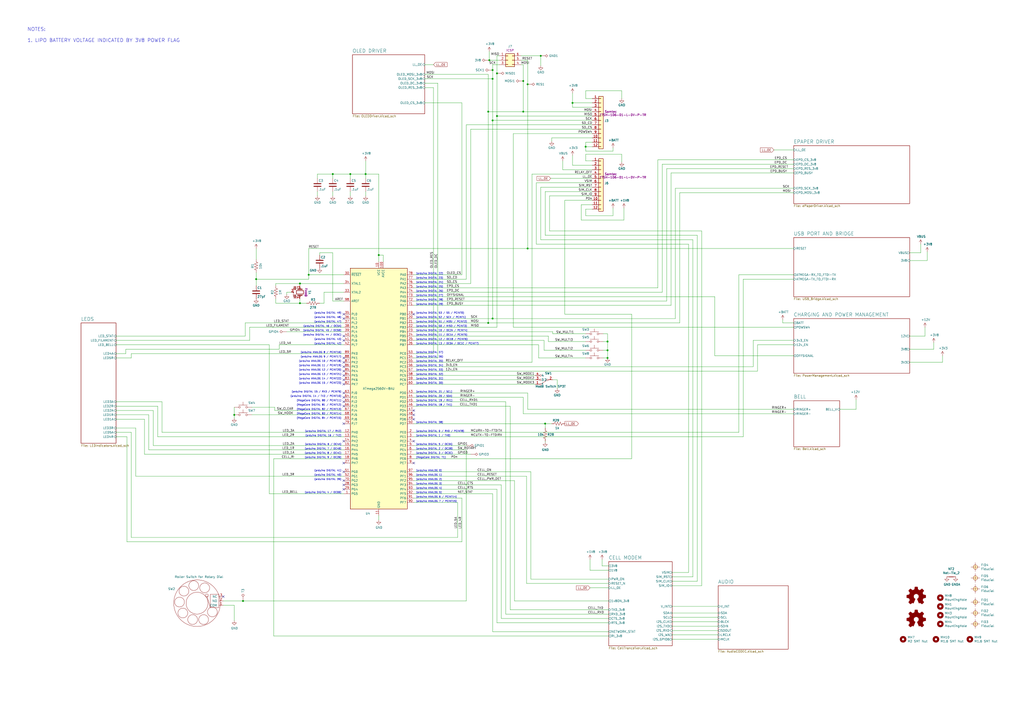
<source format=kicad_sch>
(kicad_sch (version 20211123) (generator eeschema)
  (paper "A2")
  (title_block (title "4G ROTARY CELLPHONE MAINBOARD") (company "J. Haupt") (comment 1 "Sky's Edge"))
  (junction (at 313.69 32.385))
  (junction (at 285.75 45.72))
  (junction (at 219.71 147.955))
  (junction (at 173.99 175.895))
  (junction (at 285.75 40.64))
  (junction (at 303.53 46.99))
  (junction (at 288.29 67.31))
  (junction (at 352.425 207.645))
  (junction (at 306.07 48.895))
  (junction (at 173.99 164.465))
  (junction (at 332.105 59.69))
  (junction (at 285.75 184.785))
  (junction (at 212.09 100.965))
  (junction (at 283.845 34.925))
  (junction (at 352.425 203.2))
  (junction (at 303.53 64.77))
  (junction (at 288.29 42.545))
  (junction (at 316.23 245.745))
  (junction (at 140.97 348.615))
  (junction (at 148.59 161.925))
  (junction (at 339.725 85.09))
  (junction (at 283.21 64.77))
  (junction (at 193.04 100.965))
  (junction (at 306.07 144.145))
  (junction (at 285.75 69.85))
  (junction (at 352.425 198.12))
  (junction (at 135.89 240.665))
  (junction (at 283.21 187.325))
  (junction (at 179.07 159.385))
  (junction (at 203.2 100.965))
  (no_connect (at 199.39 268.605))
  (no_connect (at 199.39 184.785))
  (no_connect (at 199.39 245.745))
  (no_connect (at 240.03 240.665))
  (no_connect (at 240.03 268.605))
  (no_connect (at 199.39 235.585))
  (no_connect (at 199.39 194.945))
  (no_connect (at 199.39 255.905))
  (no_connect (at 199.39 281.305))
  (no_connect (at 199.39 278.765))
  (no_connect (at 129.54 346.075))
  (no_connect (at 240.03 238.125))
  (no_connect (at 199.39 182.245))
  (no_connect (at 240.03 243.205))
  (no_connect (at 240.03 255.905))
  (no_connect (at 199.39 283.845))
  (no_connect (at 199.39 197.485))
  (no_connect (at 199.39 273.685))
  (no_connect (at 199.39 230.505))
  (no_connect (at 199.39 227.965))
  (no_connect (at 199.39 222.885))
  (no_connect (at 199.39 220.345))
  (no_connect (at 199.39 217.805))
  (no_connect (at 199.39 215.265))
  (no_connect (at 199.39 212.725))
  (no_connect (at 199.39 207.645))
  (no_connect (at 199.39 210.185))
  (no_connect (at 240.03 182.245))
  (no_connect (at 199.39 233.045))
  (wire (pts (xy 384.175 169.545) (xy 384.175 95.25)))
  (wire (pts (xy 407.035 339.725) (xy 389.89 339.725)))
  (wire (pts (xy 332.105 59.69) (xy 343.535 59.69)))
  (wire (pts (xy 240.03 220.345) (xy 310.515 220.345)))
  (wire (pts (xy 148.59 150.495) (xy 148.59 144.145)))
  (wire (pts (xy 240.03 273.685) (xy 307.975 273.685)))
  (wire (pts (xy 240.03 233.045) (xy 293.37 233.045)))
  (wire (pts (xy 88.9 238.125) (xy 88.9 258.445)))
  (wire (pts (xy 240.03 187.325) (xy 283.21 187.325)))
  (wire (pts (xy 240.03 263.525) (xy 273.05 263.525)))
  (wire (pts (xy 536.575 194.945) (xy 536.575 189.865)))
  (wire (pts (xy 448.945 86.995) (xy 460.375 86.995)))
  (wire (pts (xy 416.56 355.6) (xy 389.89 355.6)))
  (wire (pts (xy 73.025 202.565) (xy 161.925 202.565)))
  (wire (pts (xy 414.655 206.375) (xy 460.375 206.375)))
  (wire (pts (xy 67.31 200.025) (xy 156.21 200.025)))
  (wire (pts (xy 327.66 116.205) (xy 327.66 182.245)))
  (wire (pts (xy 353.06 330.835) (xy 342.265 330.835)))
  (wire (pts (xy 355.6 87.63) (xy 355.6 85.725)))
  (wire (pts (xy 288.29 32.385) (xy 289.56 32.385)))
  (wire (pts (xy 212.09 113.665) (xy 212.09 111.125)))
  (wire (pts (xy 173.99 165.735) (xy 173.99 164.465)))
  (wire (pts (xy 352.425 198.12) (xy 352.425 203.2)))
  (wire (pts (xy 240.03 258.445) (xy 270.51 258.445)))
  (wire (pts (xy 349.885 203.2) (xy 352.425 203.2)))
  (wire (pts (xy 343.535 64.77) (xy 303.53 64.77)))
  (wire (pts (xy 343.535 118.745) (xy 337.185 118.745)))
  (wire (pts (xy 323.215 220.345) (xy 320.675 220.345)))
  (wire (pts (xy 212.09 93.345) (xy 212.09 100.965)))
  (wire (pts (xy 173.99 175.895) (xy 177.8 175.895)))
  (wire (pts (xy 332.105 95.885) (xy 332.105 90.17)))
  (wire (pts (xy 240.03 278.765) (xy 298.45 278.765)))
  (wire (pts (xy 527.685 194.945) (xy 536.575 194.945)))
  (wire (pts (xy 339.725 89.535) (xy 339.725 93.345)))
  (wire (pts (xy 160.02 175.895) (xy 173.99 175.895)))
  (wire (pts (xy 156.21 286.385) (xy 156.21 200.025)))
  (wire (pts (xy 73.025 205.105) (xy 67.31 205.105)))
  (wire (pts (xy 76.2 205.105) (xy 76.2 207.645)))
  (wire (pts (xy 93.98 233.045) (xy 93.98 250.825)))
  (wire (pts (xy 240.03 192.405) (xy 320.675 192.405)))
  (wire (pts (xy 283.21 64.77) (xy 283.21 187.325)))
  (wire (pts (xy 283.21 187.325) (xy 394.335 187.325)))
  (wire (pts (xy 339.725 85.09) (xy 343.535 85.09)))
  (wire (pts (xy 352.425 193.675) (xy 352.425 198.12)))
  (wire (pts (xy 135.89 236.22) (xy 135.89 240.665)))
  (wire (pts (xy 144.78 197.485) (xy 144.78 189.865)))
  (wire (pts (xy 332.105 53.975) (xy 332.105 59.69)))
  (wire (pts (xy 313.69 32.385) (xy 302.26 32.385)))
  (wire (pts (xy 313.69 108.585) (xy 313.69 139.065)))
  (wire (pts (xy 199.39 263.525) (xy 83.82 263.525)))
  (wire (pts (xy 313.69 38.1) (xy 313.69 32.385)))
  (wire (pts (xy 135.89 351.155) (xy 129.54 351.155)))
  (wire (pts (xy 144.78 189.865) (xy 199.39 189.865)))
  (wire (pts (xy 158.75 266.065) (xy 158.75 368.935)))
  (wire (pts (xy 297.815 189.865) (xy 460.375 189.865)))
  (wire (pts (xy 76.2 205.105) (xy 199.39 205.105)))
  (wire (pts (xy 389.89 358.14) (xy 416.56 358.14)))
  (wire (pts (xy 386.715 174.625) (xy 386.715 97.79)))
  (wire (pts (xy 339.725 85.09) (xy 339.725 87.63)))
  (wire (pts (xy 254 48.26) (xy 254 207.645)))
  (wire (pts (xy 146.05 240.665) (xy 199.39 240.665)))
  (wire (pts (xy 315.595 203.2) (xy 339.725 203.2)))
  (wire (pts (xy 339.725 57.15) (xy 339.725 52.705)))
  (wire (pts (xy 428.625 250.825) (xy 428.625 159.385)))
  (wire (pts (xy 353.06 353.695) (xy 295.91 353.695)))
  (wire (pts (xy 343.535 74.93) (xy 273.05 74.93)))
  (wire (pts (xy 240.03 164.465) (xy 273.05 164.465)))
  (wire (pts (xy 312.42 207.645) (xy 339.725 207.645)))
  (wire (pts (xy 219.71 100.965) (xy 219.71 147.955)))
  (wire (pts (xy 199.39 266.065) (xy 158.75 266.065)))
  (wire (pts (xy 273.05 74.93) (xy 273.05 164.465)))
  (wire (pts (xy 285.75 286.385) (xy 240.03 286.385)))
  (wire (pts (xy 86.36 240.665) (xy 86.36 260.985)))
  (wire (pts (xy 391.795 109.22) (xy 460.375 109.22)))
  (wire (pts (xy 78.74 248.285) (xy 67.31 248.285)))
  (wire (pts (xy 360.68 89.535) (xy 339.725 89.535)))
  (wire (pts (xy 303.53 230.505) (xy 303.53 240.03)))
  (wire (pts (xy 78.74 276.225) (xy 199.39 276.225)))
  (wire (pts (xy 283.845 34.925) (xy 289.56 34.925)))
  (wire (pts (xy 159.385 236.22) (xy 146.05 236.22)))
  (wire (pts (xy 240.03 227.965) (xy 306.07 227.965)))
  (wire (pts (xy 76.2 207.645) (xy 67.31 207.645)))
  (wire (pts (xy 283.21 43.18) (xy 246.38 43.18)))
  (wire (pts (xy 179.07 144.145) (xy 306.07 144.145)))
  (wire (pts (xy 187.96 169.545) (xy 199.39 169.545)))
  (wire (pts (xy 326.39 93.345) (xy 326.39 98.425)))
  (wire (pts (xy 270.51 72.39) (xy 270.51 161.925)))
  (wire (pts (xy 318.135 194.945) (xy 318.135 198.12)))
  (wire (pts (xy 384.175 95.25) (xy 460.375 95.25)))
  (wire (pts (xy 76.2 250.825) (xy 67.31 250.825)))
  (wire (pts (xy 399.415 141.605) (xy 311.15 141.605)))
  (wire (pts (xy 343.535 67.31) (xy 288.29 67.31)))
  (wire (pts (xy 270.51 260.985) (xy 270.51 348.615)))
  (wire (pts (xy 436.88 212.725) (xy 436.88 197.485)))
  (wire (pts (xy 332.105 95.885) (xy 343.535 95.885)))
  (wire (pts (xy 240.03 174.625) (xy 386.715 174.625)))
  (wire (pts (xy 527.685 210.185) (xy 546.735 210.185)))
  (wire (pts (xy 83.82 243.205) (xy 83.82 263.525)))
  (wire (pts (xy 307.975 335.915) (xy 353.06 335.915)))
  (wire (pts (xy 343.535 103.505) (xy 319.405 103.505)))
  (wire (pts (xy 404.495 136.525) (xy 404.495 337.185)))
  (wire (pts (xy 308.61 100.965) (xy 308.61 210.185)))
  (wire (pts (xy 343.535 77.47) (xy 297.815 77.47)))
  (wire (pts (xy 240.03 194.945) (xy 318.135 194.945)))
  (wire (pts (xy 311.15 141.605) (xy 311.15 106.045)))
  (wire (pts (xy 320.675 192.405) (xy 320.675 193.675)))
  (wire (pts (xy 342.265 330.835) (xy 342.265 324.485)))
  (wire (pts (xy 135.89 242.57) (xy 135.89 240.665)))
  (wire (pts (xy 251.46 50.8) (xy 246.38 50.8)))
  (wire (pts (xy 414.655 172.085) (xy 414.655 206.375)))
  (wire (pts (xy 343.535 57.15) (xy 339.725 57.15)))
  (wire (pts (xy 187.96 175.895) (xy 187.96 169.545)))
  (wire (pts (xy 240.03 184.785) (xy 285.75 184.785)))
  (wire (pts (xy 142.24 187.325) (xy 199.39 187.325)))
  (wire (pts (xy 203.2 100.965) (xy 203.2 103.505)))
  (wire (pts (xy 416.56 360.68) (xy 389.89 360.68)))
  (wire (pts (xy 83.82 243.205) (xy 67.31 243.205)))
  (wire (pts (xy 534.035 141.605) (xy 534.035 146.685)))
  (wire (pts (xy 339.725 87.63) (xy 355.6 87.63)))
  (wire (pts (xy 76.2 311.785) (xy 76.2 250.825)))
  (wire (pts (xy 270.51 72.39) (xy 343.535 72.39)))
  (wire (pts (xy 349.885 198.12) (xy 352.425 198.12)))
  (wire (pts (xy 159.385 238.125) (xy 199.39 238.125)))
  (wire (pts (xy 326.39 98.425) (xy 343.535 98.425)))
  (wire (pts (xy 254 207.645) (xy 240.03 207.645)))
  (wire (pts (xy 240.03 215.265) (xy 439.42 215.265)))
  (wire (pts (xy 240.03 169.545) (xy 384.175 169.545)))
  (wire (pts (xy 166.37 169.545) (xy 168.91 169.545)))
  (wire (pts (xy 460.375 161.925) (xy 431.165 161.925)))
  (wire (pts (xy 320.04 80.01) (xy 343.535 80.01)))
  (wire (pts (xy 285.75 45.72) (xy 285.75 69.85)))
  (wire (pts (xy 343.535 116.205) (xy 327.66 116.205)))
  (wire (pts (xy 91.44 253.365) (xy 199.39 253.365)))
  (wire (pts (xy 339.725 93.345) (xy 343.535 93.345)))
  (wire (pts (xy 306.07 237.49) (xy 306.07 227.965)))
  (wire (pts (xy 310.515 222.885) (xy 240.03 222.885)))
  (wire (pts (xy 91.44 235.585) (xy 67.31 235.585)))
  (wire (pts (xy 394.335 111.76) (xy 460.375 111.76)))
  (wire (pts (xy 293.37 233.045) (xy 293.37 356.235)))
  (wire (pts (xy 366.395 182.245) (xy 327.66 182.245)))
  (wire (pts (xy 240.03 266.065) (xy 366.395 266.065)))
  (wire (pts (xy 303.53 46.99) (xy 303.53 64.77)))
  (wire (pts (xy 142.24 187.325) (xy 142.24 194.945)))
  (wire (pts (xy 160.02 173.355) (xy 160.02 175.895)))
  (wire (pts (xy 285.75 40.64) (xy 285.75 37.465)))
  (wire (pts (xy 285.75 45.72) (xy 285.75 40.64)))
  (wire (pts (xy 93.98 233.045) (xy 67.31 233.045)))
  (wire (pts (xy 67.31 197.485) (xy 144.78 197.485)))
  (wire (pts (xy 91.44 235.585) (xy 91.44 253.365)))
  (wire (pts (xy 222.25 147.955) (xy 219.71 147.955)))
  (wire (pts (xy 199.39 192.405) (xy 166.37 192.405)))
  (wire (pts (xy 436.88 197.485) (xy 460.375 197.485)))
  (wire (pts (xy 219.71 147.955) (xy 219.71 151.765)))
  (wire (pts (xy 349.25 328.295) (xy 353.06 328.295)))
  (wire (pts (xy 439.42 200.025) (xy 460.375 200.025)))
  (wire (pts (xy 193.04 100.965) (xy 193.04 103.505)))
  (wire (pts (xy 140.97 348.615) (xy 270.51 348.615)))
  (wire (pts (xy 240.03 177.165) (xy 389.255 177.165)))
  (wire (pts (xy 303.53 64.77) (xy 283.21 64.77)))
  (wire (pts (xy 288.29 42.545) (xy 288.29 32.385)))
  (wire (pts (xy 310.515 217.805) (xy 240.03 217.805)))
  (wire (pts (xy 352.425 203.2) (xy 352.425 207.645)))
  (wire (pts (xy 360.68 57.15) (xy 360.68 52.705)))
  (wire (pts (xy 158.75 368.935) (xy 353.06 368.935)))
  (wire (pts (xy 240.03 197.485) (xy 315.595 197.485)))
  (wire (pts (xy 135.89 351.155) (xy 135.89 360.045)))
  (wire (pts (xy 173.99 164.465) (xy 160.02 164.465)))
  (wire (pts (xy 320.04 81.915) (xy 320.04 80.01)))
  (wire (pts (xy 537.845 151.13) (xy 537.845 146.05)))
  (wire (pts (xy 355.6 120.65) (xy 355.6 125.095)))
  (wire (pts (xy 389.89 363.22) (xy 416.56 363.22)))
  (wire (pts (xy 212.09 100.965) (xy 212.09 103.505)))
  (wire (pts (xy 270.51 161.925) (xy 240.03 161.925)))
  (wire (pts (xy 416.56 365.76) (xy 389.89 365.76)))
  (wire (pts (xy 316.23 136.525) (xy 316.23 111.125)))
  (wire (pts (xy 240.03 276.225) (xy 305.435 276.225)))
  (wire (pts (xy 88.9 238.125) (xy 67.31 238.125)))
  (wire (pts (xy 343.535 108.585) (xy 313.69 108.585)))
  (wire (pts (xy 391.795 184.785) (xy 391.795 109.22)))
  (wire (pts (xy 337.185 127.635) (xy 361.95 127.635)))
  (wire (pts (xy 527.685 202.565) (xy 541.655 202.565)))
  (wire (pts (xy 355.6 125.095) (xy 339.725 125.095)))
  (wire (pts (xy 240.03 159.385) (xy 267.97 159.385)))
  (wire (pts (xy 360.68 93.98) (xy 360.68 89.535)))
  (wire (pts (xy 431.165 161.925) (xy 431.165 253.365)))
  (wire (pts (xy 283.21 43.18) (xy 283.21 64.77)))
  (wire (pts (xy 179.07 159.385) (xy 179.07 144.145)))
  (wire (pts (xy 179.07 159.385) (xy 199.39 159.385)))
  (wire (pts (xy 267.97 59.69) (xy 267.97 159.385)))
  (wire (pts (xy 295.91 235.585) (xy 295.91 353.695)))
  (wire (pts (xy 129.54 348.615) (xy 140.97 348.615)))
  (wire (pts (xy 343.535 113.665) (xy 318.77 113.665)))
  (wire (pts (xy 361.95 127.635) (xy 361.95 120.65)))
  (wire (pts (xy 311.15 106.045) (xy 343.535 106.045)))
  (wire (pts (xy 222.25 147.955) (xy 222.25 151.765)))
  (wire (pts (xy 381.635 167.005) (xy 381.635 92.71)))
  (wire (pts (xy 339.725 82.55) (xy 343.535 82.55)))
  (wire (pts (xy 312.42 200.025) (xy 312.42 207.645)))
  (wire (pts (xy 428.625 159.385) (xy 460.375 159.385)))
  (wire (pts (xy 219.71 299.085) (xy 219.71 301.625)))
  (wire (pts (xy 142.24 194.945) (xy 67.31 194.945)))
  (wire (pts (xy 240.03 250.825) (xy 428.625 250.825)))
  (wire (pts (xy 323.215 220.345) (xy 323.215 225.425)))
  (wire (pts (xy 285.75 69.85) (xy 285.75 184.785)))
  (wire (pts (xy 316.23 248.285) (xy 316.23 245.745)))
  (wire (pts (xy 86.36 260.985) (xy 199.39 260.985)))
  (wire (pts (xy 285.75 45.72) (xy 246.38 45.72)))
  (wire (pts (xy 267.97 288.925) (xy 240.03 288.925)))
  (wire (pts (xy 254 48.26) (xy 246.38 48.26)))
  (wire (pts (xy 285.75 366.395) (xy 353.06 366.395)))
  (wire (pts (xy 199.39 174.625) (xy 193.04 174.625)))
  (wire (pts (xy 185.42 175.895) (xy 187.96 175.895)))
  (wire (pts (xy 193.04 146.685) (xy 185.42 146.685)))
  (wire (pts (xy 199.39 258.445) (xy 88.9 258.445)))
  (wire (pts (xy 389.89 370.84) (xy 416.56 370.84)))
  (wire (pts (xy 302.26 37.465) (xy 303.53 37.465)))
  (wire (pts (xy 148.59 161.925) (xy 148.59 165.735)))
  (wire (pts (xy 454.025 185.42) (xy 454.025 187.325)))
  (wire (pts (xy 297.815 77.47) (xy 297.815 189.865)))
  (wire (pts (xy 343.535 62.23) (xy 332.105 62.23)))
  (wire (pts (xy 353.06 358.775) (xy 290.83 358.775)))
  (wire (pts (xy 193.04 174.625) (xy 193.04 146.685)))
  (wire (pts (xy 407.035 133.985) (xy 407.035 339.725)))
  (wire (pts (xy 86.36 240.665) (xy 67.31 240.665)))
  (wire (pts (xy 267.97 59.69) (xy 246.38 59.69)))
  (wire (pts (xy 285.75 69.85) (xy 343.535 69.85)))
  (wire (pts (xy 288.29 283.845) (xy 288.29 361.315)))
  (wire (pts (xy 339.725 125.095) (xy 339.725 121.285)))
  (wire (pts (xy 73.66 314.325) (xy 267.97 314.325)))
  (wire (pts (xy 416.56 368.3) (xy 389.89 368.3)))
  (wire (pts (xy 306.07 144.145) (xy 306.07 48.895)))
  (wire (pts (xy 246.38 37.465) (xy 251.46 37.465)))
  (wire (pts (xy 339.725 193.675) (xy 320.675 193.675)))
  (wire (pts (xy 240.03 212.725) (xy 436.88 212.725)))
  (wire (pts (xy 203.2 100.965) (xy 212.09 100.965)))
  (wire (pts (xy 349.885 193.675) (xy 352.425 193.675)))
  (wire (pts (xy 353.06 338.455) (xy 305.435 338.455)))
  (wire (pts (xy 184.15 103.505) (xy 184.15 100.965)))
  (wire (pts (xy 303.53 240.03) (xy 460.375 240.03)))
  (wire (pts (xy 366.395 266.065) (xy 366.395 182.245)))
  (wire (pts (xy 320.04 245.745) (xy 316.23 245.745)))
  (wire (pts (xy 316.23 111.125) (xy 343.535 111.125)))
  (wire (pts (xy 199.39 164.465) (xy 173.99 164.465)))
  (wire (pts (xy 283.845 29.845) (xy 283.845 34.925)))
  (wire (pts (xy 342.265 340.995) (xy 353.06 340.995)))
  (wire (pts (xy 148.59 161.925) (xy 179.07 161.925)))
  (wire (pts (xy 290.83 281.305) (xy 290.83 358.775)))
  (wire (pts (xy 298.45 348.615) (xy 298.45 278.765)))
  (wire (pts (xy 439.42 215.265) (xy 439.42 200.025)))
  (wire (pts (xy 401.955 334.645) (xy 389.89 334.645)))
  (wire (pts (xy 240.03 283.845) (xy 288.29 283.845)))
  (wire (pts (xy 267.97 314.325) (xy 267.97 288.925)))
  (wire (pts (xy 389.89 332.105) (xy 399.415 332.105)))
  (wire (pts (xy 184.15 111.125) (xy 184.15 113.665)))
  (wire (pts (xy 386.715 97.79) (xy 460.375 97.79)))
  (wire (pts (xy 290.83 281.305) (xy 240.03 281.305)))
  (wire (pts (xy 212.09 100.965) (xy 219.71 100.965)))
  (wire (pts (xy 339.725 52.705) (xy 360.68 52.705)))
  (wire (pts (xy 527.685 151.13) (xy 537.845 151.13)))
  (wire (pts (xy 159.385 236.22) (xy 159.385 238.125)))
  (wire (pts (xy 313.69 139.065) (xy 401.955 139.065)))
  (wire (pts (xy 199.39 286.385) (xy 156.21 286.385)))
  (wire (pts (xy 332.105 59.69) (xy 332.105 62.23)))
  (wire (pts (xy 306.07 237.49) (xy 460.375 237.49)))
  (wire (pts (xy 401.955 139.065) (xy 401.955 334.645)))
  (wire (pts (xy 306.07 48.895) (xy 306.07 34.925)))
  (wire (pts (xy 78.74 276.225) (xy 78.74 248.285)))
  (wire (pts (xy 487.045 237.49) (xy 496.57 237.49)))
  (wire (pts (xy 337.185 118.745) (xy 337.185 127.635)))
  (wire (pts (xy 73.025 202.565) (xy 73.025 205.105)))
  (wire (pts (xy 240.03 253.365) (xy 431.165 253.365)))
  (wire (pts (xy 389.89 351.79) (xy 416.56 351.79)))
  (wire (pts (xy 240.03 245.745) (xy 316.23 245.745)))
  (wire (pts (xy 288.29 67.31) (xy 288.29 189.865)))
  (wire (pts (xy 285.75 366.395) (xy 285.75 286.385)))
  (wire (pts (xy 288.29 67.31) (xy 288.29 42.545)))
  (wire (pts (xy 308.61 100.965) (xy 343.535 100.965)))
  (wire (pts (xy 240.03 210.185) (xy 308.61 210.185)))
  (wire (pts (xy 534.035 146.685) (xy 527.685 146.685)))
  (wire (pts (xy 148.59 158.115) (xy 148.59 161.925)))
  (wire (pts (xy 160.02 164.465) (xy 160.02 165.735)))
  (wire (pts (xy 73.66 314.325) (xy 73.66 253.365)))
  (wire (pts (xy 349.885 207.645) (xy 352.425 207.645)))
  (wire (pts (xy 240.03 189.865) (xy 288.29 189.865)))
  (wire (pts (xy 546.735 206.375) (xy 546.735 210.185)))
  (wire (pts (xy 285.75 37.465) (xy 289.56 37.465)))
  (wire (pts (xy 193.04 100.965) (xy 203.2 100.965)))
  (wire (pts (xy 93.98 250.825) (xy 199.39 250.825)))
  (wire (pts (xy 339.725 85.09) (xy 339.725 82.55)))
  (wire (pts (xy 389.255 177.165) (xy 389.255 100.33)))
  (wire (pts (xy 404.495 136.525) (xy 316.23 136.525)))
  (wire (pts (xy 240.03 172.085) (xy 414.655 172.085)))
  (wire (pts (xy 240.03 230.505) (xy 303.53 230.505)))
  (wire (pts (xy 161.925 200.025) (xy 161.925 202.565)))
  (wire (pts (xy 496.57 237.49) (xy 496.57 231.775)))
  (wire (pts (xy 399.415 332.105) (xy 399.415 141.605)))
  (wire (pts (xy 305.435 276.225) (xy 305.435 338.455)))
  (wire (pts (xy 161.925 200.025) (xy 199.39 200.025)))
  (wire (pts (xy 265.43 291.465) (xy 265.43 311.785)))
  (wire (pts (xy 288.29 361.315) (xy 353.06 361.315)))
  (wire (pts (xy 353.06 348.615) (xy 298.45 348.615)))
  (wire (pts (xy 240.03 260.985) (xy 270.51 260.985)))
  (wire (pts (xy 541.655 202.565) (xy 541.655 198.755)))
  (wire (pts (xy 73.66 253.365) (xy 67.31 253.365)))
  (wire (pts (xy 203.2 113.665) (xy 203.2 111.125)))
  (wire (pts (xy 240.03 167.005) (xy 381.635 167.005)))
  (wire (pts (xy 193.04 111.125) (xy 193.04 113.665)))
  (wire (pts (xy 240.03 235.585) (xy 295.91 235.585)))
  (wire (pts (xy 240.03 291.465) (xy 265.43 291.465)))
  (wire (pts (xy 306.07 34.925) (xy 302.26 34.925)))
  (wire (pts (xy 251.46 50.8) (xy 251.46 205.105)))
  (wire (pts (xy 316.23 255.905) (xy 316.23 256.54)))
  (wire (pts (xy 318.77 133.985) (xy 407.035 133.985)))
  (wire (pts (xy 339.725 198.12) (xy 318.135 198.12)))
  (wire (pts (xy 306.07 144.145) (xy 460.375 144.145)))
  (wire (pts (xy 240.03 200.025) (xy 312.42 200.025)))
  (wire (pts (xy 173.99 173.355) (xy 173.99 175.895)))
  (wire (pts (xy 315.595 197.485) (xy 315.595 203.2)))
  (wire (pts (xy 185.42 146.685) (xy 185.42 147.955)))
  (wire (pts (xy 166.37 170.815) (xy 166.37 169.545)))
  (wire (pts (xy 389.255 100.33) (xy 460.375 100.33)))
  (wire (pts (xy 353.06 356.235) (xy 293.37 356.235)))
  (wire (pts (xy 251.46 205.105) (xy 240.03 205.105)))
  (wire (pts (xy 454.025 187.325) (xy 460.375 187.325)))
  (wire (pts (xy 349.25 324.485) (xy 349.25 328.295)))
  (wire (pts (xy 285.75 184.785) (xy 391.795 184.785)))
  (wire (pts (xy 303.53 37.465) (xy 303.53 46.99)))
  (wire (pts (xy 184.15 100.965) (xy 193.04 100.965)))
  (wire (pts (xy 307.975 273.685) (xy 307.975 335.915)))
  (wire (pts (xy 381.635 92.71) (xy 460.375 92.71)))
  (wire (pts (xy 318.77 113.665) (xy 318.77 133.985)))
  (wire (pts (xy 389.89 337.185) (xy 404.495 337.185)))
  (wire (pts (xy 339.725 121.285) (xy 343.535 121.285)))
  (wire (pts (xy 179.07 161.925) (xy 179.07 159.385)))
  (wire (pts (xy 76.2 311.785) (xy 265.43 311.785)))
  (wire (pts (xy 394.335 187.325) (xy 394.335 111.76)))
  (text "(arduino DIGITAL 8 / OC4C)" (at 198.12 263.525 180) (effects (font (size 0.9906 0.9906)) (justify right bottom)))
  (text "(arduino DIGITAL 9 / OC2B)" (at 198.12 266.065 180) (effects (font (size 0.9906 0.9906)) (justify right bottom)))
  (text "(arduino DIGITAL 37)" (at 241.3 205.105 0) (effects (font (size 0.9906 0.9906)) (justify left bottom)))
  (text "(arduino DIGITAL 31)" (at 241.3 220.345 0) (effects (font (size 0.9906 0.9906)) (justify left bottom)))
  (text "(arduino DIGITAL 2 / OC3B)" (at 241.3 260.985 0) (effects (font (size 0.9906 0.9906)) (justify left bottom)))
  (text "(arduino DIGITAL 39)" (at 198.12 278.765 180) (effects (font (size 0.9906 0.9906)) (justify right bottom)))
  (text "(arduino DIGITAL 46 / OC5A)" (at 198.12 189.865 180) (effects (font (size 0.9906 0.9906)) (justify right bottom)))
  (text "(arduino DIGITAL 17 / RX2)" (at 198.12 250.825 180) (effects (font (size 0.9906 0.9906)) (justify right bottom)))
  (text "(arduino DIGITAL 34)" (at 241.3 212.725 0) (effects (font (size 0.9906 0.9906)) (justify left bottom)))
  (text "(arduino DIGITAL 53 / SS / PCINT0)" (at 241.3 182.245 0) (effects (font (size 0.9906 0.9906)) (justify left bottom)))
  (text "(arduino DIGITAL 52 / SCK / PCINT1)" (at 241.3 184.785 0) (effects (font (size 0.9906 0.9906)) (justify left bottom)))
  (text "(arduino DIGITAL 23)" (at 241.3 161.925 0) (effects (font (size 0.9906 0.9906)) (justify left bottom)))
  (text "(arduino DIGITAL 38)" (at 241.3 245.745 0) (effects (font (size 0.9906 0.9906)) (justify left bottom)))
  (text "(arduino ANALOG 10 / PCINT18)" (at 198.12 210.185 180) (effects (font (size 0.9906 0.9906)) (justify right bottom)))
  (text "(arduino ANALOG 15 / PCINT23)" (at 198.12 222.885 180) (effects (font (size 0.9906 0.9906)) (justify right bottom)))
  (text "(arduino DIGITAL 1 / TX0)" (at 241.3 253.365 0) (effects (font (size 0.9906 0.9906)) (justify left bottom)))
  (text "(arduino ANALOG 1)" (at 241.3 276.225 0) (effects (font (size 0.9906 0.9906)) (justify left bottom)))
  (text "(arduino DIGITAL 26)" (at 241.3 169.545 0) (effects (font (size 0.9906 0.9906)) (justify left bottom)))
  (text "(arduino DIGITAL 15 / RX3 / PCINT9)" (at 198.12 227.965 180) (effects (font (size 0.9906 0.9906)) (justify right bottom)))
  (text "(arduino DIGITAL 27)" (at 241.3 172.085 0) (effects (font (size 0.9906 0.9906)) (justify left bottom)))
  (text "(arduino DIGITAL 0 / RX0 / PCINT8)" (at 241.3 250.825 0) (effects (font (size 0.9906 0.9906)) (justify left bottom)))
  (text "(MegaCore DIGITAL 83 / PCINT14)" (at 198.12 240.665 180) (effects (font (size 0.9906 0.9906)) (justify right bottom)))
  (text "(arduino ANALOG 6 / PCINT14)" (at 241.3 288.925 0) (effects (font (size 0.9906 0.9906)) (justify left bottom)))
  (text "(arduino ANALOG 5)" (at 241.3 286.385 0) (effects (font (size 0.9906 0.9906)) (justify left bottom)))
  (text "(arduino ANALOG 12 / PCINT20)" (at 198.12 215.265 180) (effects (font (size 0.9906 0.9906)) (justify right bottom)))
  (text "(arduino DIGITAL 36)" (at 241.3 207.645 0) (effects (font (size 0.9906 0.9906)) (justify left bottom)))
  (text "(arduino ANALOG 4)" (at 241.3 283.845 0) (effects (font (size 0.9906 0.9906)) (justify left bottom)))
  (text "(arduino DIGITAL 44 / OC5C)" (at 198.12 194.945 180) (effects (font (size 0.9906 0.9906)) (justify right bottom)))
  (text "(arduino ANALOG 8 / PCINT16)" (at 198.12 205.105 180) (effects (font (size 0.9906 0.9906)) (justify right bottom)))
  (text "(arduino ANALOG 9 / PCINT17)" (at 198.12 207.645 180) (effects (font (size 0.9906 0.9906)) (justify right bottom)))
  (text "(arduino DIGITAL 29)" (at 241.3 177.165 0) (effects (font (size 0.9906 0.9906)) (justify left bottom)))
  (text "(arduino ANALOG 13 / PCINT21)" (at 198.12 217.805 180) (effects (font (size 0.9906 0.9906)) (justify right bottom)))
  (text "(arduino DIGITAL 19 / RX1)" (at 241.3 233.045 0) (effects (font (size 0.9906 0.9906)) (justify left bottom)))
  (text "(arduino ANALOG 3)" (at 241.3 281.305 0) (effects (font (size 0.9906 0.9906)) (justify left bottom)))
  (text "(arduino DIGITAL 33)" (at 241.3 215.265 0) (effects (font (size 0.9906 0.9906)) (justify left bottom)))
  (text "(MegaCore DIGITAL 71)" (at 241.3 266.065 0) (effects (font (size 0.9906 0.9906)) (justify left bottom)))
  (text "(MegaCore DIGITAL 80 / PCINT11)" (at 198.12 233.045 180) (effects (font (size 0.9906 0.9906)) (justify right bottom)))
  (text "(arduino DIGITAL 6 / OC4A)" (at 198.12 258.445 180) (effects (font (size 0.9906 0.9906)) (justify right bottom)))
  (text "(arduino DIGITAL 18 / TX1)" (at 241.3 235.585 0) (effects (font (size 0.9906 0.9906)) (justify left bottom)))
  (text "(arduino DIGITAL 35)" (at 241.3 210.185 0) (effects (font (size 0.9906 0.9906)) (justify left bottom)))
  (text "(MegaCore DIGITAL 82 / PCINT13)" (at 198.12 238.125 180) (effects (font (size 0.9906 0.9906)) (justify right bottom)))
  (text "(arduino DIGITAL 25)" (at 241.3 167.005 0) (effects (font (size 0.9906 0.9906)) (justify left bottom)))
  (text "(arduino DIGITAL 4 / OC0B)" (at 198.12 286.385 180) (effects (font (size 0.9906 0.9906)) (justify right bottom)))
  (text "(MegaCore DIGITAL 81 / PCINT12)" (at 198.12 235.585 180) (effects (font (size 0.9906 0.9906)) (justify right bottom)))
  (text "(arduino DIGITAL 24)" (at 241.3 164.465 0) (effects (font (size 0.9906 0.9906)) (justify left bottom)))
  (text "(arduino DIGITAL 3 / OC3C)" (at 241.3 263.525 0) (effects (font (size 0.9906 0.9906)) (justify left bottom)))
  (text "(arduino DIGITAL 41)" (at 198.12 273.685 180) (effects (font (size 0.9906 0.9906)) (justify right bottom)))
  (text "(arduino DIGITAL 14 / TX3 / PCINT10)" (at 198.12 230.505 180) (effects (font (size 0.9906 0.9906)) (justify right bottom)))
  (text "(arduino ANALOG 0)" (at 241.3 273.685 0) (effects (font (size 0.9906 0.9906)) (justify left bottom)))
  (text "(arduino ANALOG 11 / PCINT19)" (at 198.12 212.725 180) (effects (font (size 0.9906 0.9906)) (justify right bottom)))
  (text "(arduino DIGITAL 12 / OC1B / PCINT6)" (at 241.3 197.485 0) (effects (font (size 0.9906 0.9906)) (justify left bottom)))
  (text "(arduino DIGITAL 45 / OC5B)" (at 198.12 192.405 180) (effects (font (size 0.9906 0.9906)) (justify right bottom)))
  (text "(arduino DIGITAL 22)" (at 241.3 159.385 0) (effects (font (size 0.9906 0.9906)) (justify left bottom)))
  (text "(arduino ANALOG 7 / PCINT15)" (at 241.3 291.465 0) (effects (font (size 0.9906 0.9906)) (justify left bottom)))
  (text "(arduino DIGITAL 11 / OC1A / PCINT5)" (at 241.3 194.945 0) (effects (font (size 0.9906 0.9906)) (justify left bottom)))
  (text "NOTES:\n\n1. LIPO BATTERY VOLTAGE INDICATED BY 3V8 POWER FLAG" (at 15.875 24.765 0) (effects (font (size 2.0066 2.0066)) (justify left bottom)))
  (text "(arduino DIGITAL 32)" (at 241.3 217.805 0) (effects (font (size 0.9906 0.9906)) (justify left bottom)))
  (text "(arduino DIGITAL 10 / OC2A / PCINT4)" (at 241.3 192.405 0) (effects (font (size 0.9906 0.9906)) (justify left bottom)))
  (text "(arduino DIGITAL 49)" (at 198.12 182.245 180) (effects (font (size 0.9906 0.9906)) (justify right bottom)))
  (text "(arduino ANALOG 14 / PCINT22)" (at 198.12 220.345 180) (effects (font (size 0.9906 0.9906)) (justify right bottom)))
  (text "(arduino DIGITAL 7 / OC4B)" (at 198.12 260.985 180) (effects (font (size 0.9906 0.9906)) (justify right bottom)))
  (text "(arduino DIGITAL 48)" (at 198.12 184.785 180) (effects (font (size 0.9906 0.9906)) (justify right bottom)))
  (text "(arduino DIGITAL 47)" (at 198.12 187.325 180) (effects (font (size 0.9906 0.9906)) (justify right bottom)))
  (text "(arduino DIGITAL 28)" (at 241.3 174.625 0) (effects (font (size 0.9906 0.9906)) (justify left bottom)))
  (text "(arduino DIGITAL 16 / TX2)" (at 198.12 253.365 180) (effects (font (size 0.9906 0.9906)) (justify right bottom)))
  (text "(arduino DIGITAL 30)" (at 241.3 222.885 0) (effects (font (size 0.9906 0.9906)) (justify left bottom)))
  (text "(arduino DIGITAL 20 / SDA)" (at 241.3 230.505 0) (effects (font (size 0.9906 0.9906)) (justify left bottom)))
  (text "(arduino DIGITAL 40)" (at 198.12 276.225 180) (effects (font (size 0.9906 0.9906)) (justify right bottom)))
  (text "(arduino DIGITAL 21 / SCL)" (at 241.3 227.965 0) (effects (font (size 0.9906 0.9906)) (justify left bottom)))
  (text "(arduino ANALOG 2)" (at 241.3 278.765 0) (effects (font (size 0.9906 0.9906)) (justify left bottom)))
  (text "(arduino DIGITAL 13 / OC0A / OC1C / PCINT7)" (at 241.3 200.025 0) (effects (font (size 0.9906 0.9906)) (justify left bottom)))
  (text "(MegaCore DIGITAL 84 / PCINT15)" (at 198.12 243.205 180) (effects (font (size 0.9906 0.9906)) (justify right bottom)))
  (text "(arduino DIGITAL 50 / MISO / PCINT3)" (at 241.3 189.865 0) (effects (font (size 0.9906 0.9906)) (justify left bottom)))
  (text "(arduino DIGITAL 51 / MOSI / PCINT2)" (at 241.3 187.325 0) (effects (font (size 0.9906 0.9906)) (justify left bottom)))
  (text "(arduino DIGITAL 42)" (at 198.12 200.025 180) (effects (font (size 0.9906 0.9906)) (justify right bottom)))
  (text "(arduino DIGITAL 5 / OC3A)" (at 241.3 258.445 0) (effects (font (size 0.9906 0.9906)) (justify left bottom)))
  (text "(arduino DIGITAL 43)" (at 198.12 197.485 180) (effects (font (size 0.9906 0.9906)) (justify right bottom)))
  (label "LED_1A" (at 170.815 263.525 180))
  (label "LED_3A" (at 170.815 250.825 180))
  (label "EPD_CS" (at 259.08 167.005 0))
  (label "EPD_RESET" (at 457.2 97.79 180))
  (label "MOSI" (at 302.26 37.465 0))
  (label "CELL_CTS" (at 265.43 281.305 0))
  (label "OLED_CS" (at 259.08 159.385 0))
  (label "LED_1R" (at 170.815 260.985 180))
  (label "MOSI" (at 343.535 64.77 180))
  (label "MISO" (at 343.535 67.31 180))
  (label "CELL_ON" (at 276.86 273.685 0))
  (label "LED_5R" (at 168.91 205.105 180))
  (label "RELAY_OFF" (at 258.445 210.185 0))
  (label "LED_2A" (at 170.815 258.445 180))
  (label "GPIO1" (at 265.43 258.445 0))
  (label "CELL_PWR_DET" (at 276.86 278.765 0))
  (label "SD_CD" (at 343.535 72.39 180))
  (label "LED_2R" (at 170.815 253.365 180))
  (label "SW_HOOK" (at 170.18 240.665 180))
  (label "MOSI" (at 252.095 43.18 180))
  (label "SIM_IO" (at 343.535 113.665 180))
  (label "CELL_RXD" (at 340.995 356.235 0))
  (label "SW_MODE2" (at 299.72 220.345 0))
  (label "SW_MULTI2" (at 321.945 203.2 0))
  (label "SW_ROTARY" (at 265.43 260.985 0))
  (label "GPIO4" (at 173.99 192.405 180))
  (label "3v3_EN" (at 258.445 212.725 0))
  (label "LED_3R" (at 170.815 276.225 180))
  (label "RINGER-" (at 275.59 230.505 180))
  (label "AREF" (at 194.31 174.625 0))
  (label "POWSW4" (at 343.535 77.47 180))
  (label "CELL_RESET" (at 276.86 276.225 0))
  (label "OLED_DC" (at 254 155.575 90))
  (label "EPD_BUSY" (at 259.08 177.165 0))
  (label "RINGER+" (at 275.59 227.965 180))
  (label "OFFSIGNAL" (at 259.08 172.085 0))
  (label "NET_STAT" (at 265.43 286.385 0))
  (label "SCK" (at 343.535 69.85 180))
  (label "SIM_RST" (at 343.535 108.585 180))
  (label "SCK" (at 287.655 37.465 180))
  (label "MOSI" (at 273.05 187.325 0))
  (label "MISO" (at 273.05 189.865 0))
  (label "LED_FILAMENT" (at 167.64 189.865 180))
  (label "CELL_TXD" (at 340.995 353.695 0))
  (label "PDn" (at 343.535 116.205 180))
  (label "MISO" (at 289.56 32.385 180))
  (label "EPD_DC" (at 259.08 169.545 0))
  (label "PDn" (at 261.62 266.065 0))
  (label "MOSI" (at 454.025 111.76 0))
  (label "CELL_TXD1" (at 266.7 235.585 0))
  (label "VSIM" (at 343.535 106.045 180))
  (label "SW_MODE1" (at 299.72 217.805 0))
  (label "SW_MODE3" (at 299.72 222.885 0))
  (label "EPD_CS" (at 456.565 92.71 180))
  (label "LED_5A" (at 265.43 299.72 270))
  (label "MCURX-TO-FTDITX" (at 273.05 250.825 0))
  (label "RINGER+" (at 447.675 237.49 0))
  (label "RESET" (at 179.07 144.145 0))
  (label "GPIO3" (at 265.43 263.525 0))
  (label "LED_4A" (at 168.91 200.025 180))
  (label "12v_EN" (at 258.445 215.265 0))
  (label "SD_CS" (at 343.535 74.93 180))
  (label "SW_MULTI3" (at 321.945 198.12 0))
  (label "LED_4R" (at 267.97 306.705 90))
  (label "EPD_DC" (at 456.565 95.25 180))
  (label "RINGER-" (at 447.675 240.03 0))
  (label "SW_MULTI1" (at 322.58 193.675 0))
  (label "LED_BELL" (at 172.72 286.385 180))
  (label "SW_MULTI4" (at 321.945 207.645 0))
  (label "RELAY_OFF" (at 343.535 100.965 180))
  (label "LED_STAT" (at 167.64 187.325 180))
  (label "EPD_BUSY" (at 456.565 100.33 180))
  (label "CELL_RI" (at 170.815 266.065 180))
  (label "SW_CLEAR" (at 170.18 238.125 180))
  (label "LL_OE" (at 343.535 103.505 180))
  (label "SIM_CLK" (at 343.535 111.125 180))
  (label "SCK" (at 251.46 45.72 180))
  (label "OLED_RES" (at 251.46 155.575 90))
  (label "SCK" (at 273.05 184.785 0))
  (label "EPD_RESET" (at 259.08 174.625 0))
  (label "RESET" (at 302.895 34.925 0))
  (label "CELL_RXD1" (at 266.7 233.045 0))
  (label "CELL_RTS" (at 265.43 283.845 0))
  (label "SCK" (at 454.025 109.22 0))
  (label "SD_CS" (at 259.08 164.465 0))
  (label "MCUTX-TO-FTDIRX" (at 273.05 253.365 0))
  (label "SD_CD" (at 259.08 161.925 0))
  (global_label "LL_OE" (shape input) (at 319.405 103.505 180) (property "Intersheet References" "${INTERSHEET_REFS}" (effects hide)))
  (global_label "LL_OE" (shape input) (at 448.945 86.995 180) (property "Intersheet References" "${INTERSHEET_REFS}" (effects hide)))
  (global_label "LL_OE" (shape input) (at 251.46 37.465 0) (property "Intersheet References" "${INTERSHEET_REFS}" (effects hide)))
  (global_label "LL_OE" (shape output) (at 327.66 245.745 0) (property "Intersheet References" "${INTERSHEET_REFS}" (effects hide)))
  (global_label "LL_OE" (shape input) (at 342.265 340.995 180) (property "Intersheet References" "${INTERSHEET_REFS}" (effects hide)))
  (symbol (lib_id "Device:R_US") (at 148.59 154.305 180) (unit 1)
    (property "Reference" "R1" (at 146.558 154.305 90))
    (property "Value" "10k" (at 151.13 154.305 90))
    (property "Footprint" "Resistor_SMD:R_0603_1608Metric" (effects hide))
  )
  (symbol (lib_id "Device:Resonator") (at 173.99 169.545 270) (unit 1)
    (property "Reference" "Y1" (at 179.705 169.545 0))
    (property "Value" "8MHz Resonator" (effects hide))
    (property "Footprint" "MyFootprints:AWSCR-16.00CV-T" (effects hide))
    (property "Mfg. Name" "Abracon" (effects hide))
    (property "Mfg. Part No." "AWSCR-8.00CV-T" (effects hide))
    (property "Distrib. Name" "Digi-Key" (effects hide))
    (property "Distrib Part No." "535-10004-1-ND" (effects hide))
    (property "Label" "8MHz" (at 177.546 169.545 0))
  )
  (symbol (lib_id "power:GND") (at 166.37 170.815 0) (unit 1)
    (property "Reference" "#PWR03" (effects hide))
    (property "Value" "GND" (at 166.37 174.625 0))
  )
  (symbol (lib_id "Device:C") (at 148.59 169.545 0) (unit 1)
    (property "Reference" "C1" (at 149.225 167.005 0) (effects (justify left)))
    (property "Value" "27pF" (at 149.225 172.085 0) (effects (justify left)))
    (property "Footprint" "Capacitor_SMD:C_0603_1608Metric" (effects hide))
  )
  (symbol (lib_id "power:GND") (at 148.59 173.355 0) (unit 1)
    (property "Reference" "#PWR02" (effects hide))
    (property "Value" "GND" (at 148.59 177.165 0))
  )
  (symbol (lib_id "Device:C") (at 185.42 151.765 0) (unit 1)
    (property "Reference" "C2" (at 186.055 149.225 0) (effects (justify left)))
    (property "Value" ".1uF" (at 186.055 154.305 0) (effects (justify left)))
    (property "Footprint" "Capacitor_SMD:C_0603_1608Metric" (effects hide))
    (property "Distrib. Name" "Digi-Key" (effects hide))
    (property "Distrib Part No." "1276-1000-1-ND " (effects hide))
    (property "Label" "50V" (effects hide))
  )
  (symbol (lib_id "Device:R_US") (at 160.02 169.545 180) (unit 1)
    (property "Reference" "R2" (at 157.988 169.545 90))
    (property "Value" "1M" (at 162.56 169.545 90))
    (property "Footprint" "Resistor_SMD:R_0603_1608Metric" (effects hide))
    (property "Distrib. Name" "Digi-Key" (effects hide))
    (property "Distrib Part No." "311-1.00MHRCT-ND " (effects hide))
  )
  (symbol (lib_id "Device:R_US") (at 181.61 175.895 90) (unit 1)
    (property "Reference" "R3" (at 181.61 173.863 90))
    (property "Value" "27R" (at 181.61 178.435 90))
    (property "Footprint" "Resistor_SMD:R_0603_1608Metric" (effects hide))
    (property "Distrib. Name" "Digi-Key" (effects hide))
    (property "Distrib Part No." "RMCF0603JT27R0CT-ND " (effects hide))
  )
  (symbol (lib_id "power:GND") (at 203.2 113.665 0) (unit 1)
    (property "Reference" "#PWR06" (effects hide))
    (property "Value" "GND" (at 203.2 117.475 0))
  )
  (symbol (lib_id "Device:C") (at 184.15 107.315 0) (unit 1)
    (property "Reference" "C3" (at 184.785 104.775 0) (effects (justify left)))
    (property "Value" ".1uF" (at 184.785 109.855 0) (effects (justify left)))
    (property "Footprint" "Capacitor_SMD:C_0603_1608Metric" (effects hide))
    (property "Distrib. Name" "Digi-Key" (effects hide))
    (property "Distrib Part No." "1276-1000-1-ND " (effects hide))
    (property "Label" "50V" (effects hide))
  )
  (symbol (lib_id "power:GND") (at 219.71 301.625 0) (unit 1)
    (property "Reference" "#PWR05" (effects hide))
    (property "Value" "GND" (at 219.837 306.0192 0))
  )
  (symbol (lib_id "power:GND") (at 185.42 155.575 0) (unit 1)
    (property "Reference" "#PWR04" (effects hide))
    (property "Value" "GND" (at 181.61 156.845 0))
  )
  (symbol (lib_id "MyLibrary:Rotary_Dial") (at 114.3 349.885 90) (unit 1)
    (property "Reference" "SW2" (at 101.6 341.63 90) (effects (justify left)))
    (property "Value" "Roller Switch for Rotary Dial" (at 129.54 334.645 90) (effects (justify left)))
    (property "Footprint" "MyFootprints:LimitSwitch_D2F-01FL2-A1" (effects hide))
    (property "Datasheet" "https://media.digikey.com/pdf/Data%20Sheets/Omron%20PDFs/D2F_0318_DS.pdf" (effects hide))
    (property "Mfg. Name" "Omron" (effects hide))
    (property "Mfg. Part No." "D2F-01FL2-A1" (effects hide))
  )
  (symbol (lib_id "power:GND") (at 135.89 360.045 0) (unit 1)
    (property "Reference" "#PWR0101" (effects hide))
    (property "Value" "GND" (at 136.017 364.4392 0))
  )
  (symbol (lib_id "MyLibrary:SP3T") (at 315.595 220.345 180) (unit 1)
    (property "Reference" "SW1" (at 318.135 216.535 0))
    (property "Value" "Mode Switch SP3T" (at 319.405 224.155 0))
    (property "Footprint" "MyFootprints:SP3T_OS103011MA7QP1" (effects hide))
    (property "Mfg. Name" "C&K" (effects hide))
    (property "Mfg. Part No." "OS103011MA7QP1" (effects hide))
    (property "Distrib. Name" "DigiKey" (effects hide))
    (property "Distrib Part No." "CKN9561-ND" (effects hide))
    (property "Label" "Mode" (effects hide))
  )
  (symbol (lib_id "Switch:SW_Push") (at 344.805 193.675 0) (unit 1)
    (property "Reference" "SW3" (at 339.725 191.135 0))
    (property "Value" "Tactile Switch" (effects hide))
    (property "Footprint" "MyFootprints:TactileSwitch_Panasonic_EVQ-Q2Y03W" (effects hide))
    (property "Mfg. Name" "Panasonic" (effects hide))
    (property "Mfg. Part No." "EVQ-Q2Y03W " (effects hide))
    (property "Label" "SIG STRENGTH" (effects hide))
  )
  (symbol (lib_id "power:GND") (at 323.215 225.425 0) (unit 1)
    (property "Reference" "#PWR0109" (effects hide))
    (property "Value" "GND" (at 323.215 229.235 0))
  )
  (symbol (lib_id "Switch:SW_Push") (at 140.97 236.22 0) (mirror y) (unit 1)
    (property "Reference" "SW4" (at 146.05 233.68 0))
    (property "Value" "Tactile Switch" (effects hide))
    (property "Footprint" "MyFootprints:TactileSwitch_Panasonic_EVQ-Q2Y03W" (effects hide))
    (property "Label" "CLEAR" (effects hide))
    (property "Mfg. Name" "Panasonic" (effects hide))
    (property "Mfg. Part No." "EVQ-Q2Y03W " (effects hide))
  )
  (symbol (lib_id "RUSP_Mainboard-rescue:ATmega2560V-8AU-MCU_Microchip_ATmega-4GRotaryCellPhone-rescue-4GRCP_Mainboard-rescue") (at 219.71 225.425 0) (unit 1)
    (property "Reference" "U4" (at 213.36 297.815 0))
    (property "Value" "ATmega2560V-8AU" (at 219.71 225.425 0))
    (property "Footprint" "MyFootprints:ATmega2560_TQFP-100_14x14mm_P0.5mm" (effects hide))
    (property "Datasheet" "http://ww1.microchip.com/downloads/en/DeviceDoc/Atmel-2549-8-bit-AVR-Microcontroller-ATmega640-1280-1281-2560-2561_datasheet.pdf" (effects hide))
    (property "Distrib. Name" "Digi-Key" (effects hide))
    (property "Distrib Part No." "ATMEGA2560V-8AURCT-ND" (effects hide))
    (property "Mfg. Name" "Microchip Technology" (effects hide))
    (property "Mfg. Part No." "ATMEGA2560V-8AUR" (effects hide))
  )
  (symbol (lib_id "Mechanical:MountingHole") (at 545.465 351.79 0) (unit 1) (in_bom no)
    (property "Reference" "MH1" (at 548.005 350.6216 0) (effects (justify left)))
    (property "Value" "MountingHole" (at 548.005 352.933 0) (effects (justify left)))
    (property "Footprint" "MountingHole:MountingHole_2.2mm_M2" (effects hide))
  )
  (symbol (lib_id "MyLibrary:Fiducial") (at 565.785 328.93 0) (unit 1) (in_bom no)
    (property "Reference" "FID4" (at 569.0362 327.7616 0) (effects (justify left)))
    (property "Value" "Fiducial" (at 569.0362 330.073 0) (effects (justify left)))
    (property "Footprint" "Fiducial:Fiducial_0.75mm_Dia_1.5mm_Outer" (effects hide))
  )
  (symbol (lib_id "MyLibrary:Fiducial") (at 565.785 335.28 0) (unit 1) (in_bom no)
    (property "Reference" "FID5" (at 569.0362 334.1116 0) (effects (justify left)))
    (property "Value" "Fiducial" (at 569.0362 336.423 0) (effects (justify left)))
    (property "Footprint" "Fiducial:Fiducial_0.75mm_Dia_1.5mm_Outer" (effects hide))
  )
  (symbol (lib_id "MyLibrary:Fiducial") (at 565.785 341.63 0) (unit 1) (in_bom no)
    (property "Reference" "FID6" (at 569.0362 340.4616 0) (effects (justify left)))
    (property "Value" "Fiducial" (at 569.0362 342.773 0) (effects (justify left)))
    (property "Footprint" "Fiducial:Fiducial_0.75mm_Dia_1.5mm_Outer" (effects hide))
  )
  (symbol (lib_id "Graphic:Logo_Open_Hardware_Small") (at 531.495 346.075 0) (unit 1) (in_bom no)
    (property "Reference" "LOGO1" (effects hide))
    (property "Value" "Logo1" (effects hide))
    (property "Footprint" "MyFootprints:SkysEdge_21mm" (effects hide))
  )
  (symbol (lib_id "Graphic:Logo_Open_Hardware_Small") (at 531.495 359.41 0) (unit 1) (in_bom no)
    (property "Reference" "LOGO2" (effects hide))
    (property "Value" "Logo2" (effects hide))
    (property "Footprint" "MyFootprints:SkysEdge_18mm" (effects hide))
  )
  (symbol (lib_id "MyLibrary:Fiducial") (at 565.785 355.6 0) (unit 1) (in_bom no)
    (property "Reference" "FID2" (at 569.0362 354.4316 0) (effects (justify left)))
    (property "Value" "Fiducial" (at 569.0362 356.743 0) (effects (justify left)))
    (property "Footprint" "Fiducial:Fiducial_0.75mm_Dia_1.5mm_Outer" (effects hide))
  )
  (symbol (lib_id "MyLibrary:Fiducial") (at 565.785 349.25 0) (unit 1) (in_bom no)
    (property "Reference" "FID1" (at 569.0362 348.0816 0) (effects (justify left)))
    (property "Value" "Fiducial" (at 569.0362 350.393 0) (effects (justify left)))
    (property "Footprint" "Fiducial:Fiducial_0.75mm_Dia_1.5mm_Outer" (effects hide))
  )
  (symbol (lib_id "MyLibrary:Fiducial") (at 565.785 361.95 0) (unit 1) (in_bom no)
    (property "Reference" "FID3" (at 569.0362 360.7816 0) (effects (justify left)))
    (property "Value" "Fiducial" (at 569.0362 363.093 0) (effects (justify left)))
    (property "Footprint" "Fiducial:Fiducial_0.75mm_Dia_1.5mm_Outer" (effects hide))
  )
  (symbol (lib_id "power:+3V3") (at 546.735 206.375 0) (unit 1)
    (property "Reference" "#PWR0108" (effects hide))
    (property "Value" "+3V3" (at 547.116 201.9808 0))
  )
  (symbol (lib_id "power:+3V8") (at 212.09 93.345 0) (unit 1)
    (property "Reference" "#PWR0102" (effects hide))
    (property "Value" "+3V8" (at 212.471 88.9508 0))
  )
  (symbol (lib_id "power:+3V8") (at 148.59 144.145 0) (unit 1)
    (property "Reference" "#PWR0104" (effects hide))
    (property "Value" "+3V8" (at 148.971 139.7508 0))
  )
  (symbol (lib_id "power:VBUS") (at 534.035 141.605 0) (unit 1)
    (property "Reference" "#PWR0105" (effects hide))
    (property "Value" "VBUS" (at 534.416 137.2108 0))
  )
  (symbol (lib_id "power:+3V8") (at 541.655 198.755 0) (unit 1)
    (property "Reference" "#PWR0107" (effects hide))
    (property "Value" "+3V8" (at 542.036 194.3608 0))
  )
  (symbol (lib_id "Device:C") (at 193.04 107.315 0) (unit 1)
    (property "Reference" "C4" (at 193.675 104.775 0) (effects (justify left)))
    (property "Value" ".1uF" (at 193.675 109.855 0) (effects (justify left)))
    (property "Footprint" "Capacitor_SMD:C_0603_1608Metric" (effects hide))
    (property "Distrib. Name" "Digi-Key" (effects hide))
    (property "Distrib Part No." "1276-1000-1-ND " (effects hide))
    (property "Label" "50V" (effects hide))
  )
  (symbol (lib_id "Device:C") (at 203.2 107.315 0) (unit 1)
    (property "Reference" "C5" (at 203.835 104.775 0) (effects (justify left)))
    (property "Value" ".1uF" (at 203.835 109.855 0) (effects (justify left)))
    (property "Footprint" "Capacitor_SMD:C_0603_1608Metric" (effects hide))
    (property "Distrib. Name" "Digi-Key" (effects hide))
    (property "Distrib Part No." "1276-1000-1-ND " (effects hide))
    (property "Label" "50V" (effects hide))
  )
  (symbol (lib_id "Device:C") (at 212.09 107.315 0) (unit 1)
    (property "Reference" "C6" (at 212.725 104.775 0) (effects (justify left)))
    (property "Value" ".1uF" (at 212.725 109.855 0) (effects (justify left)))
    (property "Footprint" "Capacitor_SMD:C_0603_1608Metric" (effects hide))
    (property "Distrib. Name" "Digi-Key" (effects hide))
    (property "Distrib Part No." "1276-1000-1-ND " (effects hide))
    (property "Label" "50V" (effects hide))
  )
  (symbol (lib_id "power:+3V8") (at 349.25 324.485 0) (unit 1)
    (property "Reference" "#PWR0115" (effects hide))
    (property "Value" "+3V8" (at 349.631 320.0908 0))
  )
  (symbol (lib_id "power:GND") (at 212.09 113.665 0) (unit 1)
    (property "Reference" "#PWR0110" (effects hide))
    (property "Value" "GND" (at 212.09 117.475 0))
  )
  (symbol (lib_id "power:GND") (at 193.04 113.665 0) (unit 1)
    (property "Reference" "#PWR0111" (effects hide))
    (property "Value" "GND" (at 193.04 117.475 0))
  )
  (symbol (lib_id "power:GND") (at 184.15 113.665 0) (unit 1)
    (property "Reference" "#PWR0112" (effects hide))
    (property "Value" "GND" (at 184.15 117.475 0))
  )
  (symbol (lib_id "power:+12V") (at 536.575 189.865 0) (unit 1)
    (property "Reference" "#PWR0119" (effects hide))
    (property "Value" "+12V" (at 536.956 185.4708 0))
  )
  (symbol (lib_id "power:+12V") (at 496.57 231.775 0) (mirror y) (unit 1)
    (property "Reference" "#PWR0120" (effects hide))
    (property "Value" "+12V" (at 496.189 227.3808 0))
  )
  (symbol (lib_id "power:VBUS") (at 326.39 93.345 0) (unit 1)
    (property "Reference" "#PWR0103" (effects hide))
    (property "Value" "VBUS" (at 326.771 88.9508 0))
  )
  (symbol (lib_id "power:+3V8") (at 332.105 53.975 0) (unit 1)
    (property "Reference" "#PWR0144" (effects hide))
    (property "Value" "+3V8" (at 332.486 49.5808 0))
  )
  (symbol (lib_id "Switch:SW_Push") (at 344.805 198.12 0) (unit 1)
    (property "Reference" "SW5" (at 339.725 195.58 0))
    (property "Value" "Tactile Switch" (effects hide))
    (property "Footprint" "MyFootprints:TactileSwitch_Panasonic_EVQ-Q2Y03W" (effects hide))
    (property "Mfg. Name" "Panasonic" (effects hide))
    (property "Mfg. Part No." "EVQ-Q2Y03W " (effects hide))
    (property "Label" "SIG STRENGTH" (effects hide))
  )
  (symbol (lib_id "Switch:SW_Push") (at 344.805 203.2 0) (unit 1)
    (property "Reference" "SW6" (at 339.725 200.66 0))
    (property "Value" "Tactile Switch" (effects hide))
    (property "Footprint" "MyFootprints:TactileSwitch_Panasonic_EVQ-Q2Y03W" (effects hide))
    (property "Mfg. Name" "Panasonic" (effects hide))
    (property "Mfg. Part No." "EVQ-Q2Y03W " (effects hide))
    (property "Label" "SIG STRENGTH" (effects hide))
  )
  (symbol (lib_id "Switch:SW_Push") (at 344.805 207.645 0) (unit 1)
    (property "Reference" "SW8" (at 339.725 205.105 0))
    (property "Value" "Tactile Switch" (effects hide))
    (property "Footprint" "MyFootprints:TactileSwitch_Panasonic_EVQ-Q2Y03W" (effects hide))
    (property "Mfg. Name" "Panasonic" (effects hide))
    (property "Mfg. Part No." "EVQ-Q2Y03W " (effects hide))
    (property "Label" "SIG STRENGTH" (effects hide))
  )
  (symbol (lib_id "Switch:SW_Push") (at 140.97 240.665 0) (mirror y) (unit 1)
    (property "Reference" "SW7" (at 146.05 238.125 0))
    (property "Value" "Tactile Switch" (effects hide))
    (property "Footprint" "MyFootprints:TactileSwitch_Panasonic_EVQ-Q2Y03W" (effects hide))
    (property "Mfg. Name" "Panasonic" (effects hide))
    (property "Mfg. Part No." "EVQ-Q2Y03W " (effects hide))
    (property "Label" "HOOK" (effects hide))
  )
  (symbol (lib_id "power:GND") (at 360.68 93.98 0) (unit 1)
    (property "Reference" "#PWR0143" (effects hide))
    (property "Value" "GND" (at 360.68 97.79 0))
  )
  (symbol (lib_id "Connector_Generic:Conn_02x03_Counter_Clockwise") (at 294.64 34.925 0) (unit 1) (in_bom no)
    (property "Reference" "J7" (at 295.91 26.8732 0))
    (property "Value" "Conn_02x03_Counter_Clockwise" (effects hide))
    (property "Footprint" "MyFootprints:Tag-Connect_TC2030-IDC" (effects hide))
    (property "Mfg. Name" "Tag-Connect" (effects hide))
    (property "Mfg. Part No." "Mating Connector: TC2030-IDC " (effects hide))
    (property "Label" "ICSP" (at 295.91 29.1846 0))
  )
  (symbol (lib_id "power:+3V8") (at 283.845 29.845 0) (unit 1)
    (property "Reference" "#PWR0146" (effects hide))
    (property "Value" "+3V8" (at 284.226 25.4508 0))
  )
  (symbol (lib_id "power:GND") (at 313.69 38.1 0) (unit 1)
    (property "Reference" "#PWR0147" (effects hide))
    (property "Value" "GND" (at 313.69 41.91 0))
  )
  (symbol (lib_id "Connector_Generic:Conn_01x12") (at 348.615 106.045 0) (unit 1)
    (property "Reference" "J6" (at 350.647 106.2482 0) (effects (justify left)))
    (property "Value" "12p Male Samtec Connector" (effects hide))
    (property "Footprint" "MyFootprints:Samtec_2x6Header_FTSH-106-01-L-DV" (effects hide))
    (property "Mfg. Name" "Samtec" (at 354.33 100.965 0))
    (property "Mfg. Part No." "FTSH-106-01-L-DV-P-TR" (at 361.315 102.87 0))
  )
  (symbol (lib_id "Connector:TestPoint_Alt") (at 288.29 42.545 270) (unit 1) (in_bom no)
    (property "Reference" "MISO1" (at 293.0652 42.545 90) (effects (justify left)))
    (property "Value" "TestPoint_Alt" (effects hide))
    (property "Footprint" "TestPoint:TestPoint_Pad_D1.5mm" (effects hide))
  )
  (symbol (lib_id "Connector:TestPoint_Alt") (at 140.97 348.615 0) (unit 1) (in_bom no)
    (property "Reference" "T3" (at 140.97 343.8398 90) (effects (justify left)))
    (property "Value" "TestPoint_Alt" (effects hide))
    (property "Footprint" "TestPoint:TestPoint_Pad_D1.5mm" (effects hide))
  )
  (symbol (lib_id "Device:Net-Tie_2") (at 551.815 334.645 0) (unit 1) (in_bom no)
    (property "Reference" "NT2" (at 551.815 330.0476 0))
    (property "Value" "Net-Tie_2" (at 551.815 332.359 0))
    (property "Footprint" "NetTie:NetTie-2_SMD_Pad0.5mm" (effects hide))
  )
  (symbol (lib_id "Connector:TestPoint_Alt") (at 285.75 40.64 90) (unit 1) (in_bom no)
    (property "Reference" "SCK1" (at 280.9748 40.64 90) (effects (justify left)))
    (property "Value" "TestPoint_Alt" (effects hide))
    (property "Footprint" "TestPoint:TestPoint_Pad_D1.5mm" (effects hide))
  )
  (symbol (lib_id "Connector:TestPoint_Alt") (at 283.845 34.925 90) (unit 1) (in_bom no)
    (property "Reference" "3V8" (at 279.0698 34.925 90) (effects (justify left)))
    (property "Value" "TestPoint_Alt" (effects hide))
    (property "Footprint" "TestPoint:TestPoint_Pad_D1.5mm" (effects hide))
  )
  (symbol (lib_id "Connector:TestPoint_Alt") (at 306.07 48.895 270) (unit 1) (in_bom no)
    (property "Reference" "RES1" (at 310.8452 48.895 90) (effects (justify left)))
    (property "Value" "TestPoint_Alt" (effects hide))
    (property "Footprint" "TestPoint:TestPoint_Pad_D1.5mm" (effects hide))
  )
  (symbol (lib_id "Connector:TestPoint_Alt") (at 303.53 46.99 90) (unit 1) (in_bom no)
    (property "Reference" "MOSI1" (at 298.7548 46.99 90) (effects (justify left)))
    (property "Value" "TestPoint_Alt" (effects hide))
    (property "Footprint" "TestPoint:TestPoint_Pad_D1.5mm" (effects hide))
  )
  (symbol (lib_id "power:GND") (at 549.275 334.645 0) (unit 1)
    (property "Reference" "#PWR0160" (effects hide))
    (property "Value" "GND" (at 549.402 339.0392 0))
  )
  (symbol (lib_id "power:GNDA") (at 554.355 334.645 0) (unit 1)
    (property "Reference" "#PWR0161" (effects hide))
    (property "Value" "GNDA" (at 554.482 339.0392 0))
  )
  (symbol (lib_id "Connector:TestPoint_Alt") (at 313.69 32.385 270) (unit 1) (in_bom no)
    (property "Reference" "GND1" (at 318.4652 32.385 90) (effects (justify left)))
    (property "Value" "TestPoint_Alt" (effects hide))
    (property "Footprint" "TestPoint:TestPoint_Pad_D1.5mm" (effects hide))
  )
  (symbol (lib_id "Connector:TestPoint_Alt") (at 166.37 192.405 90) (unit 1) (in_bom no)
    (property "Reference" "GPIO4" (at 158.75 192.405 90))
    (property "Value" "TestPoint_Alt" (effects hide))
    (property "Footprint" "TestPoint:TestPoint_Pad_1.0x1.0mm" (effects hide))
  )
  (symbol (lib_id "power:+BATT") (at 454.025 185.42 0) (unit 1)
    (property "Reference" "#PWR0131" (effects hide))
    (property "Value" "+BATT" (at 454.406 181.0258 0))
  )
  (symbol (lib_id "power:+BATT") (at 355.6 120.65 0) (unit 1)
    (property "Reference" "#PWR0139" (effects hide))
    (property "Value" "+BATT" (at 355.981 116.2558 0))
  )
  (symbol (lib_id "power:+BATT") (at 355.6 85.725 0) (unit 1)
    (property "Reference" "#PWR0141" (effects hide))
    (property "Value" "+BATT" (at 355.981 81.3308 0))
  )
  (symbol (lib_id "power:GND") (at 360.68 57.15 0) (unit 1)
    (property "Reference" "#PWR0145" (effects hide))
    (property "Value" "GND" (at 360.68 60.96 0))
  )
  (symbol (lib_id "power:+3V3") (at 332.105 90.17 0) (unit 1)
    (property "Reference" "#PWR0106" (effects hide))
    (property "Value" "+3V3" (at 332.486 85.7758 0))
  )
  (symbol (lib_id "Mechanical:MountingHole") (at 545.465 356.87 0) (unit 1) (in_bom no)
    (property "Reference" "MH3" (at 548.005 355.7016 0) (effects (justify left)))
    (property "Value" "MountingHole" (at 548.005 358.013 0) (effects (justify left)))
    (property "Footprint" "MountingHole:MountingHole_2.2mm_M2" (effects hide))
  )
  (symbol (lib_id "Mechanical:MountingHole") (at 545.465 361.95 0) (unit 1) (in_bom no)
    (property "Reference" "MH4" (at 548.005 360.7816 0) (effects (justify left)))
    (property "Value" "MountingHole" (at 548.005 363.093 0) (effects (justify left)))
    (property "Footprint" "MountingHole:MountingHole_2.2mm_M2" (effects hide))
  )
  (symbol (lib_id "Mechanical:MountingHole") (at 523.875 370.84 0) (unit 1)
    (property "Reference" "MH7" (at 526.415 369.6716 0) (effects (justify left)))
    (property "Value" "M2 SMT Nut" (at 526.415 371.983 0) (effects (justify left)))
    (property "Footprint" "MyFootprints:SMTSO-M2-3ET" (effects hide))
    (property "Mfg. Name" "PEM" (effects hide))
    (property "Mfg. Part No." "SMTSO-M2-3ET" (effects hide))
  )
  (symbol (lib_id "Mechanical:MountingHole") (at 545.465 346.71 0) (unit 1) (in_bom no)
    (property "Reference" "MH8" (at 548.005 345.5416 0) (effects (justify left)))
    (property "Value" "MountingHole" (at 548.005 347.853 0) (effects (justify left)))
    (property "Footprint" "MountingHole:MountingHole_2.2mm_M2" (effects hide))
  )
  (symbol (lib_id "Connector:TestPoint_Alt") (at 273.05 263.525 270) (unit 1) (in_bom no)
    (property "Reference" "GPIO3" (at 280.67 263.525 90))
    (property "Value" "TestPoint_Alt" (effects hide))
    (property "Footprint" "TestPoint:TestPoint_Pad_1.0x1.0mm" (effects hide))
  )
  (symbol (lib_id "Connector:TestPoint_Alt") (at 270.51 258.445 270) (unit 1) (in_bom no)
    (property "Reference" "GPIO1" (at 278.13 258.445 90))
    (property "Value" "TestPoint_Alt" (effects hide))
    (property "Footprint" "TestPoint:TestPoint_Pad_1.0x1.0mm" (effects hide))
  )
  (symbol (lib_id "power:GND") (at 320.04 81.915 0) (unit 1)
    (property "Reference" "#PWR0192" (effects hide))
    (property "Value" "GND" (at 320.04 85.725 0))
  )
  (symbol (lib_id "Mechanical:MountingHole") (at 562.61 370.84 0) (unit 1)
    (property "Reference" "MH9" (at 565.15 369.6716 0) (effects (justify left)))
    (property "Value" "M1.6 SMT Nut" (at 565.15 371.983 0) (effects (justify left)))
    (property "Footprint" "MyFootprints:SMTSO-M1.6-1ET" (effects hide))
    (property "Mfg. Name" "PEM" (effects hide))
    (property "Mfg. Part No." "SMTSO-M1.6-1ET" (effects hide))
  )
  (symbol (lib_id "Mechanical:MountingHole") (at 542.925 370.84 0) (unit 1)
    (property "Reference" "MH10" (at 545.465 369.6716 0) (effects (justify left)))
    (property "Value" "M1.6 SMT Nut" (at 545.465 371.983 0) (effects (justify left)))
    (property "Footprint" "MyFootprints:SMTSO-M1.6-1ET" (effects hide))
    (property "Mfg. Name" "PEM" (effects hide))
    (property "Mfg. Part No." "SMTSO-M1.6-1ET" (effects hide))
  )
  (symbol (lib_id "power:+1V8") (at 342.265 324.485 0) (unit 1)
    (property "Reference" "#PWR0206" (effects hide))
    (property "Value" "+1V8" (at 342.646 320.0908 0))
  )
  (symbol (lib_id "Connector_Generic:Conn_01x12") (at 348.615 69.85 0) (unit 1)
    (property "Reference" "J3" (at 350.647 70.0532 0) (effects (justify left)))
    (property "Value" "12p Male Samtec Connector" (effects hide))
    (property "Footprint" "MyFootprints:Samtec_2x6Header_FTSH-106-01-L-DV" (effects hide))
    (property "Mfg. Name" "Samtec" (at 354.33 64.77 0))
    (property "Mfg. Part No." "FTSH-106-01-L-DV-P-TR" (at 361.315 66.675 0))
  )
  (symbol (lib_id "power:+1V8") (at 361.95 120.65 0) (unit 1)
    (property "Reference" "#PWR0207" (effects hide))
    (property "Value" "+1V8" (at 362.331 116.2558 0))
  )
  (symbol (lib_id "power:GND") (at 352.425 207.645 0) (unit 1)
    (property "Reference" "#PWR0168" (effects hide))
    (property "Value" "GND" (at 352.425 211.455 0))
  )
  (symbol (lib_id "power:GND") (at 135.89 242.57 0) (unit 1)
    (property "Reference" "#PWR0118" (effects hide))
    (property "Value" "GND" (at 135.89 246.38 0))
  )
  (symbol (lib_id "power:+3V8") (at 537.845 146.05 0) (unit 1)
    (property "Reference" "#PWR0148" (effects hide))
    (property "Value" "+3V8" (at 538.226 141.6558 0))
  )
  (symbol (lib_id "Device:R_US") (at 316.23 252.095 0) (unit 1)
    (property "Reference" "R28" (at 317.5 252.095 0) (effects (justify left)))
    (property "Value" "10k" (at 311.785 252.095 0) (effects (justify left)))
    (property "Footprint" "Resistor_SMD:R_0603_1608Metric" (effects hide))
  )
  (symbol (lib_id "power:GND") (at 316.23 256.54 0) (unit 1)
    (property "Reference" "#PWR0179" (effects hide))
    (property "Value" "GND" (at 316.357 260.9342 0))
  )
  (symbol (lib_id "Device:R_US") (at 323.85 245.745 90) (unit 1)
    (property "Reference" "R29" (at 324.485 243.84 90) (effects (justify left)))
    (property "Value" "1k" (at 324.485 248.285 90) (effects (justify left)))
    (property "Footprint" "Resistor_SMD:R_0603_1608Metric" (effects hide))
  )
  (sheet (at 460.375 137.795) (size 67.31 34.29)
    (property "Sheet name" "USB PORT AND BRIDGE" (at 460.375 136.7151 0) (effects (font (size 2.0066 2.0066)) (justify left bottom)))
    (property "Sheet file" "USB_Bridge.kicad_sch" (at 460.375 172.6696 0) (effects (justify left top)))
    (pin "VBUS" output (at 527.685 146.685 0))
    (pin "ATMEGA-RX_TO_FTDI-TX" output (at 460.375 159.385 180))
    (pin "ATMEGA-TX_TO_FTDI-RX" input (at 460.375 161.925 180))
    (pin "3V8" input (at 527.685 151.13 0))
    (pin "RESET" input (at 460.375 144.145 180))
  )
  (sheet (at 460.375 184.785) (size 67.31 31.75)
    (property "Sheet name" "CHARGING AND POWER MANAGEMENT" (at 460.375 183.7051 0) (effects (font (size 2.0066 2.0066)) (justify left bottom)))
    (property "Sheet file" "PowerManagement.kicad_sch" (at 460.375 217.1196 0) (effects (justify left top)))
    (pin "3V8" output (at 527.685 202.565 0))
    (pin "3v3_EN" input (at 460.375 197.485 180))
    (pin "3V3" output (at 527.685 210.185 0))
    (pin "OFFSIGNAL" output (at 460.375 206.375 180))
    (pin "12v_EN" input (at 460.375 200.025 180))
    (pin "12V" output (at 527.685 194.945 0))
    (pin "POWSW4" output (at 460.375 189.865 180))
    (pin "BATT" output (at 460.375 187.325 180))
  )
  (sheet (at 46.99 187.325) (size 20.32 69.85)
    (property "Sheet name" "LEDS" (at 46.99 186.2451 0) (effects (font (size 2.0066 2.0066)) (justify left bottom)))
    (property "Sheet file" "LEDIndicators.kicad_sch" (at 46.99 257.7596 0) (effects (justify left top)))
    (pin "LED_STAT" input (at 67.31 194.945 0))
    (pin "LED1A" input (at 67.31 243.205 0))
    (pin "LED2A" input (at 67.31 238.125 0))
    (pin "LED3A" input (at 67.31 233.045 0))
    (pin "LED4A" input (at 67.31 205.105 0))
    (pin "LED5A" input (at 67.31 250.825 0))
    (pin "LED_FILAMENT" input (at 67.31 197.485 0))
    (pin "LED_BELL" input (at 67.31 200.025 0))
    (pin "LED2R" input (at 67.31 235.585 0))
    (pin "LED3R" input (at 67.31 248.285 0))
    (pin "LED4R" input (at 67.31 253.365 0))
    (pin "LED5R" input (at 67.31 207.645 0))
    (pin "LED1R" input (at 67.31 240.665 0))
  )
  (sheet (at 353.06 325.755) (size 36.83 48.895)
    (property "Sheet name" "CELL MODEM" (at 353.06 324.6751 0) (effects (font (size 2.0066 2.0066)) (justify left bottom)))
    (property "Sheet file" "CellTranceiver.kicad_sch" (at 353.06 375.2346 0) (effects (justify left top)))
    (pin "PWR_ON" input (at 353.06 335.915 180))
    (pin "1v8ON_3v8" output (at 353.06 348.615 180))
    (pin "RESET_N" input (at 353.06 338.455 180))
    (pin "NETWORK_STAT" output (at 353.06 366.395 180))
    (pin "TXD_3v8" input (at 353.06 353.695 180))
    (pin "RXD_3v8" output (at 353.06 356.235 180))
    (pin "RTS_3v8" input (at 353.06 361.315 180))
    (pin "LL_OE" input (at 353.06 340.995 180))
    (pin "V_INT" output (at 389.89 351.79 0))
    (pin "I2S_TXD" output (at 389.89 363.22 0))
    (pin "I2S_RXD" input (at 389.89 365.76 0))
    (pin "I2S_CLK" output (at 389.89 360.68 0))
    (pin "I2S_WA" output (at 389.89 368.3 0))
    (pin "I2S_GPIO6" output (at 389.89 370.84 0))
    (pin "VSIM" output (at 389.89 332.105 0))
    (pin "SIM_RST" output (at 389.89 334.645 0))
    (pin "SIM_CLK" output (at 389.89 337.185 0))
    (pin "SIM_IO" bidirectional (at 389.89 339.725 0))
    (pin "CTS_3v8" output (at 353.06 358.775 180))
    (pin "1V8" output (at 353.06 330.835 180))
    (pin "3V8" output (at 353.06 328.295 180))
    (pin "RI_3v8" output (at 353.06 368.935 180))
    (pin "SCL" output (at 389.89 358.14 0))
    (pin "SDA" bidirectional (at 389.89 355.6 0))
  )
  (sheet (at 416.56 339.725) (size 40.64 36.83)
    (property "Sheet name" "AUDIO" (at 416.56 338.6451 0) (effects (font (size 2.0066 2.0066)) (justify left bottom)))
    (property "Sheet file" "AudioCODEC.kicad_sch" (at 416.56 377.1396 0) (effects (justify left top)))
    (pin "V_INT" input (at 416.56 351.79 180))
    (pin "SCL" input (at 416.56 358.14 180))
    (pin "SDIN" input (at 416.56 363.22 180))
    (pin "SDOUT" output (at 416.56 365.76 180))
    (pin "BLCK" input (at 416.56 360.68 180))
    (pin "LRCLK" input (at 416.56 368.3 180))
    (pin "MCLK" input (at 416.56 370.84 180))
    (pin "SDA" bidirectional (at 416.56 355.6 180))
  )
  (sheet (at 204.47 31.75) (size 41.91 34.29)
    (property "Sheet name" "OLED DRIVER" (at 204.47 30.6701 0) (effects (font (size 2.0066 2.0066)) (justify left bottom)))
    (property "Sheet file" "OLEDDriver.kicad_sch" (at 204.47 66.6246 0) (effects (justify left top)))
    (pin "LL_OE" input (at 246.38 37.465 0))
    (pin "OLED_MOSI_3v8" input (at 246.38 43.18 0))
    (pin "OLED_SCK_3v8" input (at 246.38 45.72 0))
    (pin "OLED_DC_3v8" input (at 246.38 48.26 0))
    (pin "OLED_CS_3v8" input (at 246.38 59.69 0))
    (pin "OLED_RES_3v8" input (at 246.38 50.8 0))
  )
  (sheet (at 460.375 232.41) (size 26.67 26.67)
    (property "Sheet name" "BELL" (at 460.375 231.3301 0) (effects (font (size 2.0066 2.0066)) (justify left bottom)))
    (property "Sheet file" "Bell.kicad_sch" (at 460.375 259.6646 0) (effects (justify left top)))
    (pin "BELL_V" input (at 487.045 237.49 0))
    (pin "RINGER+" input (at 460.375 237.49 180))
    (pin "RINGER-" input (at 460.375 240.03 180))
  )
  (sheet (at 460.375 84.455) (size 67.31 33.655)
    (property "Sheet name" "EPAPER DRIVER" (at 460.375 83.3751 0) (effects (font (size 2.0066 2.0066)) (justify left bottom)))
    (property "Sheet file" "ePaperDriver.kicad_sch" (at 460.375 118.6946 0) (effects (justify left top)))
    (pin "LL_OE" input (at 460.375 86.995 180))
    (pin "EPD_BUSY" output (at 460.375 100.33 180))
    (pin "EPD_MOSI_3v8" input (at 460.375 111.76 180))
    (pin "EPD_DC_3v8" input (at 460.375 95.25 180))
    (pin "EPD_CS_3v8" input (at 460.375 92.71 180))
    (pin "EPD_SCK_3v8" input (at 460.375 109.22 180))
    (pin "EPD_RES_3v8" input (at 460.375 97.79 180))
  )
)
</source>
